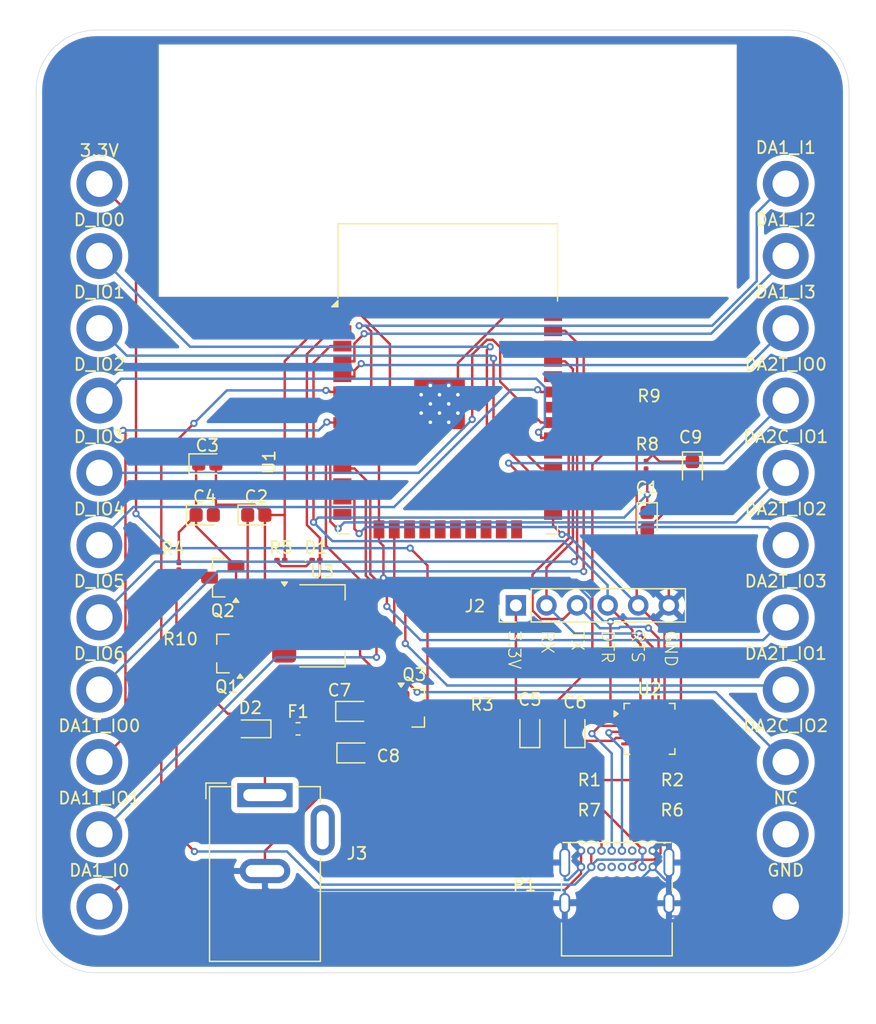
<source format=kicad_pcb>
(kicad_pcb (version 20241229) (generator "pcbnew") (generator_version "9.0")
  (layers (0 "F.Cu" signal) (2 "B.Cu" signal) (13 "F.Paste" user) (15 "B.Paste" user) (5 "F.SilkS" user "F.Silkscreen") (7 "B.SilkS" user "B.Silkscreen") (1 "F.Mask" user) (3 "B.Mask" user) (25 "Edge.Cuts" user))
  (net 0 "")
  (net 1 "GND")
  (net 2 "/DTR_EN")
  (net 3 "/Vcc3.3V_POWER")
  (net 4 "/VREG_IN_POWER")
  (net 5 "/Barrel_POWER")
  (net 6 "Net-(D1-K)")
  (net 7 "Net-(D2-A)")
  (net 8 "Net-(D2-K)")
  (net 9 "/RX")
  (net 10 "/RTS_IO0")
  (net 11 "/TX")
  (net 12 "/D_IO4")
  (net 13 "/DA1T_IO1")
  (net 14 "/D_IO5")
  (net 15 "/D_IO0")
  (net 16 "/DA1_I0")
  (net 17 "/D_IO1")
  (net 18 "/DA1T_IO0")
  (net 19 "/D_IO2")
  (net 20 "/D_IO3")
  (net 21 "/D_IO6")
  (net 22 "/Ext3.3V_POWER")
  (net 23 "/DA1_I2")
  (net 24 "/DA2T_IO0")
  (net 25 "/DA2T_IO2")
  (net 26 "/DA2T_IO1")
  (net 27 "/DA2T_IO3")
  (net 28 "/DA2C_IO2")
  (net 29 "/DA2C_IO1")
  (net 30 "/DA1_I1")
  (net 31 "/DA1_I3")
  (net 33 "/USB_POWER")
  (net 34 "Net-(P1-CC)")
  (net 35 "/D-")
  (net 36 "Net-(P1-VCONN)")
  (net 37 "/D+")
  (net 38 "Net-(U2-VBUS)")
  (footprint "MountingHole:MountingHole_2.2mm_M2_DIN965_Pad_TopBottom" (layer "F.Cu") (at 150.5 107.5)
    (property "Reference" "H11" (hide yes))
    (property "Value" "DA1_I0")
  )
  (footprint "Capacitor_Tantalum_SMD:CP_EIA-1608-10_AVX-L" (layer "F.Cu") (at 186.25 92.785 90)
    (property "Reference" "C5")
    (property "Value" "0.1µF" (hide yes))
  )
  (footprint "Resistor_SMD:R_0201_0603Metric" (layer "F.Cu") (at 189.18 99.5 180)
    (property "Reference" "R7")
    (property "Value" "5.1KΩ" (hide yes))
  )
  (footprint "MountingHole:MountingHole_2.2mm_M2_DIN965_Pad_TopBottom" (layer "F.Cu") (at 207.5 59.5)
    (property "Reference" "H21" (hide yes))
    (property "Value" "DA1_I3")
  )
  (footprint "Capacitor_Tantalum_SMD:CP_EIA-1608-10_AVX-L" (layer "F.Cu") (at 163.535 75)
    (property "Reference" "C2")
    (property "Value" "0.1µF" (hide yes))
  )
  (footprint "Resistor_SMD:R_0201_0603Metric" (layer "F.Cu") (at 196 66.69 -90)
    (property "Reference" "R9")
    (property "Value" "10KΩ" (hide yes))
  )
  (footprint "Resistor_SMD:R_0201_0603Metric" (layer "F.Cu") (at 196.155 97 180)
    (property "Reference" "R2")
    (property "Value" "10KΩ" (hide yes))
  )
  (footprint "MountingHole:MountingHole_2.2mm_M2_DIN965_Pad_TopBottom" (layer "F.Cu") (at 207.5 95.5)
    (property "Reference" "H18" (hide yes))
    (property "Value" "DA2C_IO2")
  )
  (footprint "Fuse:Fuse_0603_1608Metric" (layer "F.Cu") (at 167 92.75)
    (property "Reference" "F1")
    (property "Value" "Fuse" (hide yes))
  )
  (footprint "Connector_PinHeader_2.54mm:PinHeader_1x06_P2.54mm_Vertical" (layer "F.Cu") (at 185.09 82.5 90)
    (property "Reference" "J2")
    (property "Value" "Conn_01x06_Pin" (hide yes))
  )
  (footprint "MountingHole:MountingHole_2.2mm_M2_DIN965_Pad_TopBottom" (layer "F.Cu") (at 207.5 71.5)
    (property "Reference" "H13" (hide yes))
    (property "Value" "DA2C_IO1")
  )
  (footprint "MountingHole:MountingHole_2.2mm_M2_DIN965_Pad_TopBottom" (layer "F.Cu") (at 150.5 83.5)
    (property "Reference" "H7" (hide yes))
    (property "Value" "D_IO5")
  )
  (footprint "Package_TO_SOT_SMD:SuperSOT-3" (layer "F.Cu") (at 176.65 91)
    (property "Reference" "Q3")
    (property "Value" "PMOS" (hide yes))
  )
  (footprint "Connector_BarrelJack:BarrelJack_GCT_DCJ200-10-A_Horizontal" (layer "F.Cu") (at 164.25 98.25)
    (property "Reference" "J3")
    (property "Value" "Barrel_Jack" (hide yes))
  )
  (footprint "Diode_SMD:D_0603_1608Metric_Pad1.05x0.95mm_HandSolder" (layer "F.Cu") (at 163.0875 92.75 180)
    (property "Reference" "D2")
    (property "Value" "SS14" (hide yes))
  )
  (footprint "Capacitor_Tantalum_SMD:CP_EIA-1608-10_AVX-L" (layer "F.Cu") (at 171.75 94.75)
    (property "Reference" "C8")
    (property "Value" "0.1uF" (hide yes))
  )
  (footprint "Resistor_SMD:R_0201_0603Metric" (layer "F.Cu") (at 182.25 92.18 90)
    (property "Reference" "R3")
    (property "Value" "100KΩ" (hide yes))
  )
  (footprint "MountingHole:MountingHole_2.2mm_M2_DIN965_Pad_TopBottom" (layer "F.Cu") (at 207.5 83.5)
    (property "Reference" "H19" (hide yes))
    (property "Value" "DA2T_IO3")
  )
  (footprint "Resistor_SMD:R_0201_0603Metric" (layer "F.Cu") (at 157.1 79.25 -90)
    (property "Reference" "R4")
    (property "Value" "100KΩ" (hide yes))
  )
  (footprint "MountingHole:MountingHole_2.2mm_M2_DIN965_Pad_TopBottom" (layer "F.Cu") (at 207.5 53.5)
    (property "Reference" "H16" (hide yes))
    (property "Value" "DA1_I2")
  )
  (footprint "Resistor_SMD:R_0201_0603Metric" (layer "F.Cu") (at 157.735 86.98 90)
    (property "Reference" "R10")
    (property "Value" "100KΩ" (hide yes))
  )
  (footprint "MountingHole:MountingHole_2.2mm_M2_DIN965_Pad_TopBottom" (layer "F.Cu") (at 150.5 95.5)
    (property "Reference" "H9" (hide yes))
    (property "Value" "DA1T_IO0")
  )
  (footprint "MountingHole:MountingHole_2.2mm_M2_DIN965_Pad_TopBottom" (layer "F.Cu") (at 207.5 65.5)
    (property "Reference" "H15" (hide yes))
    (property "Value" "DA2T_IO0")
  )
  (footprint "Capacitor_Tantalum_SMD:CP_EIA-1608-10_AVX-L" (layer "F.Cu") (at 190 92.785 90)
    (property "Reference" "C6")
    (property "Value" "0.1µF" (hide yes))
  )
  (footprint "MountingHole:MountingHole_2.2mm_M2_DIN965_Pad_TopBottom" (layer "F.Cu") (at 207.5 101.5)
    (property "Reference" "H12" (hide yes))
    (property "Value" "NC")
  )
  (footprint "Package_TO_SOT_SMD:SuperSOT-3" (layer "F.Cu") (at 160.75 80.2 180)
    (property "Reference" "Q2")
    (property "Value" "PMOS" (hide yes))
  )
  (footprint "MountingHole:MountingHole_2.2mm_M2_DIN965_Pad_TopBottom" (layer "F.Cu") (at 207.5 107.5)
    (property "Reference" "H17" (hide yes))
    (property "Value" "GND")
  )
  (footprint "MountingHole:MountingHole_2.2mm_M2_DIN965_Pad_TopBottom" (layer "F.Cu") (at 150.5 47.5)
    (property "Reference" "H2" (hide yes))
    (property "Value" "3.3V")
  )
  (footprint "LED_SMD:LED_0201_0603Metric" (layer "F.Cu") (at 168.49 78.75)
    (property "Reference" "D1")
    (property "Value" "LED" (hide yes))
  )
  (footprint "Capacitor_Tantalum_SMD:CP_EIA-1608-10_AVX-L" (layer "F.Cu") (at 159.25 75)
    (property "Reference" "C4")
    (property "Value" "10µF" (hide yes))
  )
  (footprint "Capacitor_Tantalum_SMD:CP_EIA-1608-10_AVX-L" (layer "F.Cu") (at 171.65 91.3)
    (property "Reference" "C7")
    (property "Value" "470uF" (hide yes))
  )
  (footprint "Package_TO_SOT_SMD:SOT-223-3_TabPin2" (layer "F.Cu") (at 169 84.2)
    (property "Reference" "U3")
    (property "Value" "AMS1117-3.3" (hide yes))
  )
  (footprint "MountingHole:MountingHole_2.2mm_M2_DIN965_Pad_TopBottom" (layer "F.Cu") (at 150.5 53.5)
    (property "Reference" "H1" (hide yes))
    (property "Value" "D_IO0")
  )
  (footprint "Capacitor_Tantalum_SMD:CP_EIA-1608-10_AVX-L" (layer "F.Cu") (at 159.465 70.75)
    (property "Reference" "C3")
    (property "Value" "0.1µF" (hide yes))
  )
  (footprint "MountingHole:MountingHole_2.2mm_M2_DIN965_Pad_TopBottom" (layer "F.Cu") (at 150.5 65.5)
    (property "Reference" "H4" (hide yes))
    (property "Value" "D_IO2")
  )
  (footprint "Resistor_SMD:R_0201_0603Metric" (layer "F.Cu") (at 196.25 99.5)
    (property "Reference" "R6")
    (property "Value" "5.1KΩ" (hide yes))
  )
  (footprint "MountingHole:MountingHole_2.2mm_M2_DIN965_Pad_TopBottom" (layer "F.Cu") (at 207.5 89.5)
    (property "Reference" "H20" (hide yes))
    (property "Value" "DA2T_IO1")
  )
  (footprint "Package_DFN_QFN:QFN-24-1EP_4x4mm_P0.5mm_EP2.6x2.6mm" (layer "F.Cu") (at 196.1875 92.75)
    (property "Reference" "U2")
    (property "Value" "CP2102N-Axx-xQFN24" (hide yes))
  )
  (footprint "MountingHole:MountingHole_2.2mm_M2_DIN965_Pad_TopBottom" (layer "F.Cu") (at 150.5 101.5)
    (property "Reference" "H10" (hide yes))
    (property "Value" "DA1T_IO1")
  )
  (footprint "MountingHole:MountingHole_2.2mm_M2_DIN965_Pad_TopBottom" (layer "F.Cu") (at 150.5 59.5)
    (property "Reference" "H3" (hide yes))
    (property "Value" "D_IO1")
  )
  (footprint "Resistor_SMD:R_0201_0603Metric" (layer "F.Cu") (at 165.575 78.75)
    (property "Reference" "R5")
    (property "Value" "330Ω" (hide yes))
  )
  (footprint "Capacitor_Tantalum_SMD:CP_EIA-1608-10_AVX-L" (layer "F.Cu") (at 199.75 71.285 -90)
    (property "Reference" "C9")
    (property "Value" "0.1µF" (hide yes))
  )
  (footprint "Capacitor_Tantalum_SMD:CP_EIA-1608-10_AVX-L" (layer "F.Cu") (at 196 75.5 -90)
    (property "Reference" "C1")
    (property "Value" "100nF" (hide yes))
  )
  (footprint "Package_TO_SOT_SMD:SuperSOT-3" (layer "F.Cu") (at 161.1 86.5 180)
    (property "Reference" "Q1")
    (property "Value" "PMOS" (hide yes))
  )
  (footprint "MountingHole:MountingHole_2.2mm_M2_DIN965_Pad_TopBottom" (layer "F.Cu") (at 207.5 47.5)
    (property "Reference" "H22" (hide yes))
    (property "Value" "DA1_I1")
  )
  (footprint "Resistor_SMD:R_0201_0603Metric" (layer "F.Cu") (at 189.195 97 180)
    (property "Reference" "R1")
    (property "Value" "5.1KΩ" (hide yes))
  )
  (footprint "MountingHole:MountingHole_2.2mm_M2_DIN965_Pad_TopBottom" (layer "F.Cu") (at 150.5 71.5)
    (property "Reference" "H5" (hide yes))
    (property "Value" "D_IO3")
  )
  (footprint "MountingHole:MountingHole_2.2mm_M2_DIN965_Pad_TopBottom" (layer "F.Cu") (at 207.5 77.5)
    (property "Reference" "H14" (hide yes))
    (property "Value" "DA2T_IO2")
  )
  (footprint "Connector_USB:USB_C_Receptacle_GCT_USB4085" (layer "F.Cu") (at 190.5 102.865)
    (property "Reference" "P1")
    (property "Value" "USB_C_Plug_USB2.0" (hide yes))
  )
  (footprint "Resistor_SMD:R_0201_0603Metric" (layer "F.Cu") (at 195.9 70.87 -90)
    (property "Reference" "R8")
    (property "Value" "10KΩ" (hide yes))
  )
  (footprint "MountingHole:MountingHole_2.2mm_M2_DIN965_Pad_TopBottom" (layer "F.Cu") (at 150.5 89.5)
    (property "Reference" "H8" (hide yes))
    (property "Value" "D_IO6")
  )
  (footprint "RF_Module:ESP32-WROOM-32" (layer "F.Cu") (at 179.43 66.685)
    (property "Reference" "U1")
    (property "Value" "ESP32-WROOM-32")
  )
  (footprint "MountingHole:MountingHole_2.2mm_M2_DIN965_Pad_TopBottom" (layer "F.Cu") (at 150.5 77.5)
    (property "Reference" "H6" (hide yes))
    (property "Value" "D_IO4")
  )
  (gr_arc (start 212.75 108) (mid 211.285534 111.535534) (end 207.75 113) (stroke (width 0.05)) (layer "Edge.Cuts"))
  (gr_line (start 212.75 39.75) (end 212.75 108) (stroke (width 0.05)) (layer "Edge.Cuts"))
  (gr_line (start 207.75 113) (end 150.25 113) (stroke (width 0.05)) (layer "Edge.Cuts"))
  (gr_arc (start 145.25 39.75) (mid 146.714466 36.214466) (end 150.25 34.75) (stroke (width 0.05)) (layer "Edge.Cuts"))
  (gr_line (start 150.25 34.75) (end 207.75 34.75) (stroke (width 0.05)) (layer "Edge.Cuts"))
  (gr_arc (start 207.75 34.75) (mid 211.285534 36.214466) (end 212.75 39.75) (stroke (width 0.05)) (layer "Edge.Cuts"))
  (gr_arc (start 150.25 113) (mid 146.714466 111.535534) (end 145.25 108) (stroke (width 0.05)) (layer "Edge.Cuts"))
  (gr_line (start 145.25 108) (end 145.25 39.75) (stroke (width 0.05)) (layer "Edge.Cuts"))
  (gr_text "DTR" (at 192.13 84.5 270) (layer "F.SilkS") (effects (font (size 1 1) (thickness 0.1)) (justify left bottom)))
  (gr_text "GND" (at 197.38 84.5 270) (layer "F.SilkS") (effects (font (size 1 1) (thickness 0.1)) (justify left bottom)))
  (gr_text "RX" (at 187.13 84.5 270) (layer "F.SilkS") (effects (font (size 1 1) (thickness 0.1)) (justify left bottom)))
  (gr_text "3.3V" (at 184.38 84.5 270) (layer "F.SilkS") (effects (font (size 1 1) (thickness 0.1)) (justify left bottom)))
  (gr_text "RTS" (at 194.63 84.5 270) (layer "F.SilkS") (effects (font (size 1 1) (thickness 0.1)) (justify left bottom)))
  (gr_text "TX" (at 189.63 84.5 270) (layer "F.SilkS") (effects (font (size 1 1) (thickness 0.1)) (justify left bottom)))
  (segment (start 174.6266 65.0267) (end 173.72 65.9333) (width 0.2) (layer "F.Cu") (net 1))
  (segment (start 188.3505 98.9905) (end 188.86 99.5) (width 0.2) (layer "F.Cu") (net 1))
  (segment (start 179.5125 65.775) (end 179.5125 64.25) (width 0.2) (layer "F.Cu") (net 1))
  (segment (start 189.15 103.845) (end 189.15 102.3933) (width 0.2) (layer "F.Cu") (net 1))
  (segment (start 174.6266 65.0267) (end 177.225 65.0267) (width 0.2) (layer "F.Cu") (net 1))
  (segment (start 180.275 62.3721) (end 180.275 64.25) (width 0.2) (layer "F.Cu") (net 1))
  (segment (start 165.895 62.2183) (end 169.6783 58.435) (width 0.2) (layer "F.Cu") (net 1))
  (segment (start 190.5 102.865) (end 190.5 104.215) (width 0.2) (layer "F.Cu") (net 1))
  (segment (start 165.85 81.9) (end 164.25 80.3) (width 0.2) (layer "F.Cu") (net 1))
  (segment (start 178.75 67.3) (end 178.75 66.5375) (width 0.2) (layer "F.Cu") (net 1))
  (segment (start 196 76.215) (end 199.75 72.465) (width 0.2) (layer "F.Cu") (net 1))
  (segment (start 170.68 58.435) (end 172.252 58.435) (width 0.2) (layer "F.Cu") (net 1))
  (segment (start 174.6266 60.8096) (end 172.252 58.435) (width 0.2) (layer "F.Cu") (net 1))
  (segment (start 188.3505 94.1705) (end 188.3505 98.9905) (width 0.2) (layer "F.Cu") (net 1))
  (segment (start 173.72 65.9333) (end 173.72 76.195) (width 0.2) (layer "F.Cu") (net 1))
  (segment (start 178.75 65.775) (end 178.75 66.5375) (width 0.2) (layer "F.Cu") (net 1))
  (segment (start 197.8 100.73) (end 197.8 103.845) (width 0.2) (layer "F.Cu") (net 1))
  (segment (start 192.9424 92) (end 192.9424 83.8437) (width 0.2) (layer "F.Cu") (net 1))
  (segment (start 197.8 107.225) (end 197.8 103.845) (width 0.2) (layer "F.Cu") (net 1))
  (segment (start 198.7967 83.5067) (end 198.7967 97.2733) (width 0.2) (layer "F.Cu") (net 1))
  (segment (start 172.365 94.65) (end 172.365 94.3855) (width 0.2) (layer "F.Cu") (net 1))
  (segment (start 199.75 72.465) (end 199.75 72) (width 0.2) (layer "F.Cu") (net 1))
  (segment (start 177.225 65.0267) (end 177.225 65.775) (width 0.2) (layer "F.Cu") (net 1))
  (segment (start 177.225 67.3) (end 177.225 66.5375) (width 0.2) (layer "F.Cu") (net 1))
  (segment (start 160.18 74.785) (end 159.965 75) (width 0.2) (layer "F.Cu") (net 1))
  (segment (start 172.465 94.75) (end 172.365 94.65) (width 0.2) (layer "F.Cu") (net 1))
  (segment (start 160.18 70.75) (end 160.18 74.1449) (width 0.2) (layer "F.Cu") (net 1))
  (segment (start 188.86 99.5) (end 188.86 102.1033) (width 0.2) (layer "F.Cu") (net 1))
  (segment (start 196.57 99.5) (end 197.8 100.73) (width 0.2) (layer "F.Cu") (net 1))
  (segment (start 178.75 65.0125) (end 178.75 65.775) (width 0.2) (layer "F.Cu") (net 1))
  (segment (start 174.6266 65.0267) (end 174.6266 60.8096) (width 0.2) (layer "F.Cu") (net 1))
  (segment (start 163.3949 74.1449) (end 164.25 75) (width 0.2) (layer "F.Cu") (net 1))
  (segment (start 180.275 65.775) (end 180.275 65.0125) (width 0.2) (layer "F.Cu") (net 1))
  (segment (start 198.7967 97.2733) (end 196.57 99.5) (width 0.2) (layer "F.Cu") (net 1))
  (segment (start 164.25 102.8845) (end 164.25 104.55) (width 0.2) (layer "F.Cu") (net 1))
  (segment (start 160.18 74.1449) (end 163.3949 74.1449) (width 0.2) (layer "F.Cu") (net 1))
  (segment (start 170.1792 58.435) (end 169.6783 58.435) (width 0.2) (layer "F.Cu") (net 1))
  (segment (start 173.72 76.195) (end 173.72 77.1967) (width 0.2) (layer "F.Cu") (net 1))
  (segment (start 189.15 107.225) (end 189.15 106.1233) (width 0.2) (layer "F.Cu") (net 1))
  (segment (start 160.18 74.1449) (end 160.18 74.785) (width 0.2) (layer "F.Cu") (net 1))
  (segment (start 190.07 92) (end 190 92.07) (width 0.2) (layer "F.Cu") (net 1))
  (segment (start 174.092 77.5687) (end 173.72 77.1967) (width 0.2) (layer "F.Cu") (net 1))
  (segment (start 186.25 92.07) (end 188.3505 94.1705) (width 0.2) (layer "F.Cu") (net 1))
  (segment (start 197.79 78.005) (end 196 76.215) (width 0.2) (layer "F.Cu") (net 1))
  (segment (start 172.365 94.3855) (end 172.365 91.3) (width 0.2) (layer "F.Cu") (net 1))
  (segment (start 165.895 75) (end 165.895 62.2183) (width 0.2) (layer "F.Cu") (net 1))
  (segment (start 164.25 75) (end 165.895 75) (width 0.2) (layer "F.Cu") (net 1))
  (segment (start 177.225 66.5375) (end 177.225 65.775) (width 0.2) (layer "F.Cu") (net 1))
  (segment (start 180.275 66.5375) (end 180.275 65.775) (width 0.2) (layer "F.Cu") (net 1))
  (segment (start 190.5 104.215) (end 190.5 104.7733) (width 0.2) (layer "F.Cu") (net 1))
  (segment (start 172.365 94.7695) (end 164.25 102.8845) (width 0.2) (layer "F.Cu") (net 1))
  (segment (start 195.4375 92) (end 196.1875 92.75) (width 0.2) (layer "F.Cu") (net 1))
  (segment (start 197.79 82.5) (end 198.7967 83.5067) (width 0.2) (layer "F.Cu") (net 1))
  (segment (start 196.57 97.095) (end 196.57 99.5) (width 0.2) (layer "F.Cu") (net 1))
  (segment (start 172.365 94.3855) (end 172.365 94.7695) (width 0.2) (layer "F.Cu") (net 1))
  (segment (start 184.2121 58.435) (end 180.275 62.3721) (width 0.2) (layer "F.Cu") (net 1))
  (segment (start 194.25 92) (end 195.4375 92) (width 0.2) (layer "F.Cu") (net 1))
  (segment (start 170.1792 58.435) (end 170.68 58.435) (width 0.2) (layer "F.Cu") (net 1))
  (segment (start 164.25 80.3) (end 164.25 75) (width 0.2) (layer "F.Cu") (net 1))
  (segment (start 174.092 80.2246) (end 174.092 77.5687) (width 0.2) (layer "F.Cu") (net 1))
  (segment (start 192.9424 92) (end 190.07 92) (width 0.2) (layer "F.Cu") (net 1))
  (segment (start 197.79 82.5) (end 197.79 78.005) (width 0.2) (layer "F.Cu") (net 1))
  (segment (start 196.475 97) (end 196.57 97.095) (width 0.2) (layer "F.Cu") (net 1))
  (segment (start 190.5 104.7733) (end 189.15 106.1233) (width 0.2) (layer "F.Cu") (net 1))
  (segment (start 177.225 64.25) (end 177.225 65.0125) (width 0.2) (layer "F.Cu") (net 1))
  (segment (start 188.86 102.1033) (end 189.15 102.3933) (width 0.2) (layer "F.Cu") (net 1))
  (segment (start 178.75 65.0125) (end 178.75 64.25) (width 0.2) (layer "F.Cu") (net 1))
  (segment (start 177.9875 64.25) (end 177.9875 65.775) (width 0.2) (layer "F.Cu") (net 1))
  (segment (start 180.275 66.5375) (end 180.275 67.3) (width 0.2) (layer "F.Cu") (net 1))
  (segment (start 180.275 64.25) (end 180.275 65.0125) (width 0.2) (layer "F.Cu") (net 1))
  (segment (start 194.25 92) (end 192.9424 92) (width 0.2) (layer "F.Cu") (net 1))
  (segment (start 177.9875 67.3) (end 177.9875 65.775) (width 0.2) (layer "F.Cu") (net 1))
  (segment (start 188.18 58.435) (end 184.2121 58.435) (width 0.2) (layer "F.Cu") (net 1))
  (segment (start 165.895 78.75) (end 165.895 75) (width 0.2) (layer "F.Cu") (net 1))
  (segment (start 177.225 65.0125) (end 177.225 65.0267) (width 0.2) (layer "F.Cu") (net 1))
  (via (at 174.092 80.2246) (size 0.6) (drill 0.3) (layers "F.Cu" "B.Cu") (net 1))
  (via (at 192.9424 83.8437) (size 0.6) (drill 0.3) (layers "F.Cu" "B.Cu") (net 1))
  (segment (start 193.6917 106.9957) (end 196.45 104.2374) (width 0.2) (layer "B.Cu") (net 1))
  (segment (start 196.6883 83.6017) (end 193.1844 83.6017) (width 0.2) (layer "B.Cu") (net 1))
  (segment (start 197.8 103.845) (end 197.8 102.3933) (width 0.2) (layer "B.Cu") (net 1))
  (segment (start 177.9875 64.25) (end 179.5125 64.25) (width 0.2) (layer "B.Cu") (net 1))
  (segment (start 189.15 103.845) (end 189.15 105.2967) (width 0.2) (layer "B.Cu") (net 1))
  (segment (start 196.45 104.2374) (end 197.5093 105.2967) (width 0.2) (layer "B.Cu") (net 1))
  (segment (start 196.45 104.215) (end 196.45 104.2374) (width 0.2) (layer "B.Cu") (net 1))
  (segment (start 164.25 104.55) (end 164.25 105.8017) (width 0.2) (layer "B.Cu") (net 1))
  (segment (start 190.4999 104.2375) (end 190.4999 104.215) (width 0.2) (layer "B.Cu") (net 1))
  (segment (start 192.4023 83.8437) (end 191.3161 82.7575) (width 0.2) (layer "B.Cu") (net 1))
  (segment (start 191.3161 82.7575) (end 191.3161 82.0211) (width 0.2) (layer "B.Cu") (net 1))
  (segment (start 189.4407 105.2967) (end 190.4999 104.2375) (width 0.2) (layer "B.Cu") (net 1))
  (segment (start 197.79 82.5) (end 196.6883 83.6017) (width 0.2) (layer "B.Cu") (net 1))
  (segment (start 177.9875 67.3) (end 179.5125 67.3) (width 0.2) (layer "B.Cu") (net 1))
  (segment (start 197.8 103.845) (end 197.8 105.2967) (width 0.2) (layer "B.Cu") (net 1))
  (segment (start 179.5125 66.5375) (end 180.275 66.5375) (width 0.2) (layer "B.Cu") (net 1))
  (segment (start 197.5093 105.2967) (end 197.8 105.2967) (width 0.2) (layer "B.Cu") (net 1))
  (segment (start 190.4999 104.215) (end 190.5 104.215) (width 0.2) (layer "B.Cu") (net 1))
  (segment (start 197.8 107.225) (end 197.8 108.3267) (width 0.2) (layer "B.Cu") (net 1))
  (segment (start 164.25 105.8017) (end 164.5716 106.1233) (width 0.2) (layer "B.Cu") (net 1))
  (segment (start 207.5 107.5) (end 206.6733 108.3267) (width 0.2) (layer "B.Cu") (net 1))
  (segment (start 179.2838 66.5375) (end 179.5125 66.5375) (width 0.2) (layer "B.Cu") (net 1))
  (segment (start 196.9217 102.3933) (end 196.45 102.865) (width 0.2) (layer "B.Cu") (net 1))
  (segment (start 178.75 66.5375) (end 179.2838 66.5375) (width 0.2) (layer "B.Cu") (net 1))
  (segment (start 191.3161 82.0211) (end 189.5196 80.2246) (width 0.2) (layer "B.Cu") (net 1))
  (segment (start 164.5716 106.1233) (end 189.15 106.1233) (width 0.2) (layer "B.Cu") (net 1))
  (segment (start 179.5125 66.5375) (end 179.5125 65.775) (width 0.2) (layer "B.Cu") (net 1))
  (segment (start 189.15 106.9957) (end 189.15 106.1233) (width 0.2) (layer "B.Cu") (net 1))
  (segment (start 189.15 107.225) (end 189.15 106.9957) (width 0.2) (layer "B.Cu") (net 1))
  (segment (start 189.15 105.2967) (end 189.4407 105.2967) (width 0.2) (layer "B.Cu") (net 1))
  (segment (start 189.5196 80.2246) (end 174.092 80.2246) (width 0.2) (layer "B.Cu") (net 1))
  (segment (start 206.6733 108.3267) (end 197.8 108.3267) (width 0.2) (layer "B.Cu") (net 1))
  (segment (start 189.15 106.9957) (end 193.6917 106.9957) (width 0.2) (layer "B.Cu") (net 1))
  (segment (start 192.9424 83.8437) (end 192.4023 83.8437) (width 0.2) (layer "B.Cu") (net 1))
  (segment (start 193.1844 83.6017) (end 192.9424 83.8437) (width 0.2) (layer "B.Cu") (net 1))
  (segment (start 179.2838 66.5375) (end 177.225 66.5375) (width 0.2) (layer "B.Cu") (net 1))
  (segment (start 197.8 102.3933) (end 196.9217 102.3933) (width 0.2) (layer "B.Cu") (net 1))
  (segment (start 196 71.29) (end 195.9 71.19) (width 0.2) (layer "F.Cu") (net 2))
  (segment (start 195.4374 85.7331) (end 195.4375 85.7331) (width 0.2) (layer "F.Cu") (net 2))
  (segment (start 196 73.293) (end 196 71.29) (width 0.2) (layer "F.Cu") (net 2))
  (segment (start 192.71 82.5) (end 194.7666 84.5566) (width 0.2) (layer "F.Cu") (net 2))
  (segment (start 168.2846 75.5987) (end 168.2845 75.5987) (width 0.2) (layer "F.Cu") (net 2))
  (segment (start 196 74.785) (end 196 73.293) (width 0.2) (layer "F.Cu") (net 2))
  (segment (start 169.6783 60.975) (end 168.2846 62.3687) (width 0.2) (layer "F.Cu") (net 2))
  (segment (start 170.68 60.975) (end 169.6783 60.975) (width 0.2) (layer "F.Cu") (net 2))
  (segment (start 195.4375 85.7331) (end 195.4375 90.8125) (width 0.2) (layer "F.Cu") (net 2))
  (segment (start 168.2846 62.3687) (end 168.2846 75.5987) (width 0.2) (layer "F.Cu") (net 2))
  (segment (start 194.7666 84.5566) (end 194.7666 85.0623) (width 0.2) (layer "F.Cu") (net 2))
  (segment (start 194.7666 85.0623) (end 195.4374 85.7331) (width 0.2) (layer "F.Cu") (net 2))
  (via (at 168.2845 75.5987) (size 0.6) (drill 0.3) (layers "F.Cu" "B.Cu") (net 2))
  (via (at 196 73.293) (size 0.6) (drill 0.3) (layers "F.Cu" "B.Cu") (net 2))
  (segment (start 189.0487 77.1686) (end 169.8544 77.1686) (width 0.2) (layer "B.Cu") (net 2))
  (segment (start 196 73.293) (end 194.0833 75.2097) (width 0.2) (layer "B.Cu") (net 2))
  (segment (start 169.8544 77.1686) (end 168.2845 75.5987) (width 0.2) (layer "B.Cu") (net 2))
  (segment (start 192.71 80.8299) (end 189.0487 77.1686) (width 0.2) (layer "B.Cu") (net 2))
  (segment (start 168.6735 75.2097) (end 168.2845 75.5987) (width 0.2) (layer "B.Cu") (net 2))
  (segment (start 192.71 82.5) (end 192.71 80.8299) (width 0.2) (layer "B.Cu") (net 2))
  (segment (start 194.0833 75.2097) (end 168.6735 75.2097) (width 0.2) (layer "B.Cu") (net 2))
  (segment (start 191.44 70.8341) (end 191.44 87.5212) (width 0.2) (layer "F.Cu") (net 3))
  (segment (start 172.15 84.2) (end 172.15 86.65) (width 0.2) (layer "F.Cu") (net 3))
  (segment (start 182.25 92.5) (end 185.09 92.5) (width 0.2) (layer "F.Cu") (net 3))
  (segment (start 191.44 87.5212) (end 187.7306 91.2306) (width 0.2) (layer "F.Cu") (net 3))
  (segment (start 167.7328 75.8271) (end 168.81 76.9043) (width 0.2) (layer "F.Cu") (net 3))
  (segment (start 196.4521 66.7292) (end 196.0929 66.37) (width 0.2) (layer "F.Cu") (net 3))
  (segment (start 162.82 81.17) (end 165.85 84.2) (width 0.2) (layer "F.Cu") (net 3))
  (segment (start 194.25 94) (end 194.25 93.5) (width 0.2) (layer "F.Cu") (net 3))
  (segment (start 187.7306 91.2306) (end 190 93.5) (width 0.2) (layer "F.Cu") (net 3))
  (segment (start 172.15 86.65) (end 175.55 90.05) (width 0.2) (layer "F.Cu") (net 3))
  (segment (start 196.4521 69.9979) (end 196.4521 66.7292) (width 0.2) (layer "F.Cu") (net 3))
  (segment (start 190.2476 93.7476) (end 193.1547 93.7476) (width 0.2) (layer "F.Cu") (net 3))
  (segment (start 199.75 70.57) (end 197.0242 70.57) (width 0.2) (layer "F.Cu") (net 3))
  (segment (start 197.0242 70.57) (end 196.4521 69.9979) (width 0.2) (layer "F.Cu") (net 3))
  (segment (start 162.82 75) (end 162.82 81.17) (width 0.2) (layer "F.Cu") (net 3))
  (segment (start 185.09 91.2306) (end 185.09 92.5) (width 0.2) (layer "F.Cu") (net 3))
  (segment (start 170.68 59.705) (end 169.6783 59.705) (width 0.2) (layer "F.Cu") (net 3))
  (segment (start 169.3356 81.3856) (end 168.81 81.3856) (width 0.2) (layer "F.Cu") (net 3))
  (segment (start 168.81 81.3856) (end 168.6644 81.3856) (width 0.2) (layer "F.Cu") (net 3))
  (segment (start 176.1 92.5) (end 182.25 92.5) (width 0.2) (layer "F.Cu") (net 3))
  (segment (start 193.1547 93.7476) (end 193.4023 93.5) (width 0.2) (layer "F.Cu") (net 3))
  (segment (start 175.55 91.95) (end 175.55 90.05) (width 0.2) (layer "F.Cu") (net 3))
  (segment (start 172.15 84.2) (end 169.3356 81.3856) (width 0.2) (layer "F.Cu") (net 3))
  (segment (start 185.09 92.5) (end 185.25 92.5) (width 0.2) (layer "F.Cu") (net 3))
  (segment (start 196 66.37) (end 195.9041 66.37) (width 0.2) (layer "F.Cu") (net 3))
  (segment (start 168.81 81.3856) (end 168.81 78.75) (width 0.2) (layer "F.Cu") (net 3))
  (segment (start 169.6783 59.705) (end 167.7328 61.6505) (width 0.2) (layer "F.Cu") (net 3))
  (segment (start 168.6644 81.3856) (end 165.85 84.2) (width 0.2) (layer "F.Cu") (net 3))
  (segment (start 175.55 91.95) (end 176.1 92.5) (width 0.2) (layer "F.Cu") (net 3))
  (segment (start 185.25 92.5) (end 186.25 93.5) (width 0.2) (layer "F.Cu") (net 3))
  (segment (start 193.4023 93.5) (end 194.25 93.5) (width 0.2) (layer "F.Cu") (net 3))
  (segment (start 167.7328 61.6505) (end 167.7328 75.8271) (width 0.2) (layer "F.Cu") (net 3))
  (segment (start 185.09 82.5) (end 185.09 91.2306) (width 0.2) (layer "F.Cu") (net 3))
  (segment (start 196.4521 69.9979) (end 195.9 70.55) (width 0.2) (layer "F.Cu") (net 3))
  (segment (start 196.0929 66.37) (end 196 66.37) (width 0.2) (layer "F.Cu") (net 3))
  (segment (start 168.81 76.9043) (end 168.81 78.75) (width 0.2) (layer "F.Cu") (net 3))
  (segment (start 185.09 91.2306) (end 187.7306 91.2306) (width 0.2) (layer "F.Cu") (net 3))
  (segment (start 195.9041 66.37) (end 191.44 70.8341) (width 0.2) (layer "F.Cu") (net 3))
  (segment (start 190 93.5) (end 190.2476 93.7476) (width 0.2) (layer "F.Cu") (net 3))
  (segment (start 161.85 79.25) (end 158.535 75.935) (width 0.2) (layer "F.Cu") (net 4))
  (segment (start 161.85 87.3) (end 161.85 84.8779) (width 0.2) (layer "F.Cu") (net 4))
  (segment (start 161.85 84.8779) (end 161.85 85.2) (width 0.2) (layer "F.Cu") (net 4))
  (segment (start 162.2 87.45) (end 162 87.45) (width 0.2) (layer "F.Cu") (net 4))
  (segment (start 162 87.45) (end 161.85 87.3) (width 0.2) (layer "F.Cu") (net 4))
  (segment (start 161.85 81.15) (end 161.85 84.8779) (width 0.2) (layer "F.Cu") (net 4))
  (segment (start 157.735 87.3) (end 161.85 87.3) (width 0.2) (layer "F.Cu") (net 4))
  (segment (start 164.9 85.55) (end 162.2 85.55) (width 0.2) (layer "F.Cu") (net 4))
  (segment (start 158.535 75) (end 158.535 70.965) (width 0.2) (layer "F.Cu") (net 4))
  (segment (start 161.85 85.2) (end 162.2 85.55) (width 0.2) (layer "F.Cu") (net 4))
  (segment (start 158.535 75) (end 157.1 76.435) (width 0.2) (layer "F.Cu") (net 4))
  (segment (start 158.535 70.965) (end 158.75 70.75) (width 0.2) (layer "F.Cu") (net 4))
  (segment (start 157.1 76.435) (end 157.1 78.93) (width 0.2) (layer "F.Cu") (net 4))
  (segment (start 158.535 75.935) (end 158.535 75) (width 0.2) (layer "F.Cu") (net 4))
  (segment (start 161.85 79.25) (end 161.85 81.15) (width 0.2) (layer "F.Cu") (net 4))
  (segment (start 165.85 86.5) (end 164.9 85.55) (width 0.2) (layer "F.Cu") (net 4))
  (segment (start 157.275 87.6054) (end 161.164 91.4944) (width 0.2) (layer "F.Cu") (net 5))
  (segment (start 157.735 86.66) (end 157.5651 86.66) (width 0.2) (layer "F.Cu") (net 5))
  (segment (start 169.485 92.75) (end 170.935 91.3) (width 0.2) (layer "F.Cu") (net 5))
  (segment (start 161.164 91.4944) (end 166.5319 91.4944) (width 0.2) (layer "F.Cu") (net 5))
  (segment (start 157.5651 86.66) (end 157.275 86.9501) (width 0.2) (layer "F.Cu") (net 5))
  (segment (start 157.895 86.5) (end 157.735 86.66) (width 0.2) (layer "F.Cu") (net 5))
  (segment (start 170.935 91.3) (end 171.035 91.4) (width 0.2) (layer "F.Cu") (net 5))
  (segment (start 167.7875 92.75) (end 169.485 92.75) (width 0.2) (layer "F.Cu") (net 5))
  (segment (start 160 86.5) (end 157.895 86.5) (width 0.2) (layer "F.Cu") (net 5))
  (segment (start 171.035 91.4) (end 171.035 94.75) (width 0.2) (layer "F.Cu") (net 5))
  (segment (start 166.5319 91.4944) (end 167.7875 92.75) (width 0.2) (layer "F.Cu") (net 5))
  (segment (start 157.275 86.9501) (end 157.275 87.6054) (width 0.2) (layer "F.Cu") (net 5))
  (segment (start 165.255 78.8862) (end 165.255 78.75) (width 0.2) (layer "F.Cu") (net 6))
  (segment (start 167.6766 79.2434) (end 165.6122 79.2434) (width 0.2) (layer "F.Cu") (net 6))
  (segment (start 168.17 78.75) (end 167.6766 79.2434) (width 0.2) (layer "F.Cu") (net 6))
  (segment (start 165.6122 79.2434) (end 165.255 78.8862) (width 0.2) (layer "F.Cu") (net 6))
  (segment (start 164.25 94.7875) (end 162.2125 92.75) (width 0.2) (layer "F.Cu") (net 7))
  (segment (start 164.25 98.25) (end 164.25 94.7875) (width 0.2) (layer "F.Cu") (net 7))
  (segment (start 166.2125 92.75) (end 163.9625 92.75) (width 0.2) (layer "F.Cu") (net 8))
  (segment (start 187.63 79.36) (end 189.8256 77.1644) (width 0.2) (layer "F.Cu") (net 9))
  (segment (start 189.8256 77.1644) (end 189.8256 62.8889) (width 0.2) (layer "F.Cu") (net 9))
  (segment (start 196.4375 90.8125) (end 196.4375 85.9531) (width 0.2) (layer "F.Cu") (net 9))
  (segment (start 188.18 62.245) (end 189.1817 62.245) (width 0.2) (layer "F.Cu") (net 9))
  (segment (start 196.4375 85.9531) (end 195.3183 84.8339) (width 0.2) (layer "F.Cu") (net 9))
  (segment (start 187.63 82.5) (end 187.63 79.36) (width 0.2) (layer "F.Cu") (net 9))
  (segment (start 189.8256 62.8889) (end 189.1817 62.245) (width 0.2) (layer "F.Cu") (net 9))
  (via (at 195.3183 84.8339) (size 0.6) (drill 0.3) (layers "F.Cu" "B.Cu") (net 9))
  (segment (start 189.9639 84.8339) (end 187.63 82.5) (width 0.2) (layer "B.Cu") (net 9))
  (segment (start 195.3183 84.8339) (end 189.9639 84.8339) (width 0.2) (layer "B.Cu") (net 9))
  (segment (start 197.4375 90.8125) (end 197.4375 84.6875) (width 0.2) (layer "F.Cu") (net 10))
  (segment (start 195.1234 67.8866) (end 195.1234 82.3734) (width 0.2) (layer "F.Cu") (net 10))
  (segment (start 188.18 75.8747) (end 188.9222 76.6169) (width 0.2) (layer "F.Cu") (net 10))
  (segment (start 197.4375 84.6875) (end 195.25 82.5) (width 0.2) (layer "F.Cu") (net 10))
  (segment (start 188.18 74.945) (end 188.18 75.8747) (width 0.2) (layer "F.Cu") (net 10))
  (segment (start 196 67.01) (end 195.1234 67.8866) (width 0.2) (layer "F.Cu") (net 10))
  (segment (start 195.1234 82.3734) (end 195.25 82.5) (width 0.2) (layer "F.Cu") (net 10))
  (via (at 188.9222 76.6169) (size 0.6) (drill 0.3) (layers "F.Cu" "B.Cu") (net 10))
  (segment (start 189.3669 76.6169) (end 195.25 82.5) (width 0.2) (layer "B.Cu") (net 10))
  (segment (start 188.9222 76.6169) (end 189.3669 76.6169) (width 0.2) (layer "B.Cu") (net 10))
  (segment (start 187.1733 83.6312) (end 186.4704 82.9283) (width 0.2) (layer "F.Cu") (net 11))
  (segment (start 186.4704 79.9374) (end 189.4739 76.9339) (width 0.2) (layer "F.Cu") (net 11))
  (segment (start 189.0388 83.6312) (end 187.1733 83.6312) (width 0.2) (layer "F.Cu") (net 11))
  (segment (start 196.9375 90.8125) (end 196.9375 85.2288) (width 0.2) (layer "F.Cu") (net 11))
  (segment (start 189.4739 76.9339) (end 189.4739 63.8072) (width 0.2) (layer "F.Cu") (net 11))
  (segment (start 186.4704 82.9283) (end 186.4704 79.9374) (width 0.2) (layer "F.Cu") (net 11))
  (segment (start 189.4739 63.8072) (end 189.1817 63.515) (width 0.2) (layer "F.Cu") (net 11))
  (segment (start 196.9375 85.2288) (end 196.0951 84.3864) (width 0.2) (layer "F.Cu") (net 11))
  (segment (start 188.18 63.515) (end 189.1817 63.515) (width 0.2) (layer "F.Cu") (net 11))
  (segment (start 190.17 82.5) (end 189.0388 83.6312) (width 0.2) (layer "F.Cu") (net 11))
  (via (at 196.0951 84.3864) (size 0.6) (drill 0.3) (layers "F.Cu" "B.Cu") (net 11))
  (segment (start 192.067 84.397) (end 193.6428 84.397) (width 0.2) (layer "B.Cu") (net 11))
  (segment (start 193.7576 84.2822) (end 195.9909 84.2822) (width 0.2) (layer "B.Cu") (net 11))
  (segment (start 190.17 82.5) (end 192.067 84.397) (width 0.2) (layer "B.Cu") (net 11))
  (segment (start 193.6428 84.397) (end 193.7576 84.2822) (width 0.2) (layer "B.Cu") (net 11))
  (segment (start 195.9909 84.2822) (end 196.0951 84.3864) (width 0.2) (layer "B.Cu") (net 11))
  (segment (start 186.8945 64.6) (end 186.9933 64.6) (width 0.2) (layer "F.Cu") (net 12))
  (segment (start 186.9933 64.6) (end 187.1783 64.785) (width 0.2) (layer "F.Cu") (net 12))
  (segment (start 188.18 64.785) (end 187.1783 64.785) (width 0.2) (layer "F.Cu") (net 12))
  (via (at 186.8945 64.6) (size 0.6) (drill 0.3) (layers "F.Cu" "B.Cu") (net 12))
  (segment (start 153.3147 74.3381) (end 150.5 77.1528) (width 0.2) (layer "B.Cu") (net 12))
  (segment (start 184.7083 64.6) (end 184.7083 64.6001) (width 0.2) (layer "B.Cu") (net 12))
  (segment (start 186.8945 64.6) (end 184.7083 64.6) (width 0.2) (layer "B.Cu") (net 12))
  (segment (start 174.9703 74.3381) (end 153.3147 74.3381) (width 0.2) (layer "B.Cu") (net 12))
  (segment (start 184.7083 64.6001) (end 174.9703 74.3381) (width 0.2) (layer "B.Cu") (net 12))
  (segment (start 150.5 77.1528) (end 150.5 77.5) (width 0.2) (layer "B.Cu") (net 12))
  (segment (start 169.3106 77.5394) (end 173.5123 81.7411) (width 0.2) (layer "F.Cu") (net 13))
  (segment (start 173.5123 81.7411) (end 173.5123 86.8112) (width 0.2) (layer "F.Cu") (net 13))
  (segment (start 169.6783 68.595) (end 169.3106 68.9627) (width 0.2) (layer "F.Cu") (net 13))
  (segment (start 170.68 68.595) (end 169.6783 68.595) (width 0.2) (layer "F.Cu") (net 13))
  (segment (start 169.3106 68.9627) (end 169.3106 77.5394) (width 0.2) (layer "F.Cu") (net 13))
  (via (at 173.5123 86.8112) (size 0.6) (drill 0.3) (layers "F.Cu" "B.Cu") (net 13))
  (segment (start 165.1888 86.8112) (end 173.5123 86.8112) (width 0.2) (layer "B.Cu") (net 13))
  (segment (start 150.5 101.5) (end 165.1888 86.8112) (width 0.2) (layer "B.Cu") (net 13))
  (segment (start 188.18 60.975) (end 189.1817 60.975) (width 0.2) (layer "F.Cu") (net 14))
  (segment (start 190.1773 61.9706) (end 189.1817 60.975) (width 0.2) (layer "F.Cu") (net 14))
  (segment (start 190.1773 78.6254) (end 190.1773 61.9706) (width 0.2) (layer "F.Cu") (net 14))
  (segment (start 189.9276 78.8751) (end 190.1773 78.6254) (width 0.2) (layer "F.Cu") (net 14))
  (via (at 189.9276 78.8751) (size 0.6) (drill 0.3) (layers "F.Cu" "B.Cu") (net 14))
  (segment (start 155.1249 78.8751) (end 189.9276 78.8751) (width 0.2) (layer "B.Cu") (net 14))
  (segment (start 150.5 83.5) (end 155.1249 78.8751) (width 0.2) (layer "B.Cu") (net 14))
  (segment (start 182.6816 61.3044) (end 182.6816 67.9083) (width 0.2) (layer "F.Cu") (net 15))
  (segment (start 182.9511 61.0349) (end 182.6816 61.3044) (width 0.2) (layer "F.Cu") (net 15))
  (segment (start 182.6816 67.9083) (end 187.1783 72.405) (width 0.2) (layer "F.Cu") (net 15))
  (segment (start 188.18 72.405) (end 187.1783 72.405) (width 0.2) (layer "F.Cu") (net 15))
  (via (at 182.9511 61.0349) (size 0.6) (drill 0.3) (layers "F.Cu" "B.Cu") (net 15))
  (segment (start 182.9511 61.0349) (end 158.0349 61.0349) (width 0.2) (layer "B.Cu") (net 15))
  (segment (start 158.0349 61.0349) (end 150.5 53.5) (width 0.2) (layer "B.Cu") (net 15))
  (segment (start 155.6432 70.1025) (end 158.3535 67.3922) (width 0.2) (layer "F.Cu") (net 16))
  (segment (start 150.5 107.5) (end 155.6432 102.3568) (width 0.2) (layer "F.Cu") (net 16))
  (segment (start 169.5482 64.6549) (end 169.6783 64.785) (width 0.2) (layer "F.Cu") (net 16))
  (segment (start 169.314 64.6549) (end 169.5482 64.6549) (width 0.2) (layer "F.Cu") (net 16))
  (segment (start 170.68 64.785) (end 169.6783 64.785) (width 0.2) (layer "F.Cu") (net 16))
  (segment (start 155.6432 102.3568) (end 155.6432 70.1025) (width 0.2) (layer "F.Cu") (net 16))
  (via (at 169.314 64.6549) (size 0.6) (drill 0.3) (layers "F.Cu" "B.Cu") (net 16))
  (via (at 158.3535 67.3922) (size 0.6) (drill 0.3) (layers "F.Cu" "B.Cu") (net 16))
  (segment (start 161.0908 64.6549) (end 169.314 64.6549) (width 0.2) (layer "B.Cu") (net 16))
  (segment (start 158.3535 67.3922) (end 161.0908 64.6549) (width 0.2) (layer "B.Cu") (net 16))
  (segment (start 188.18 71.135) (end 187.1783 71.135) (width 0.2) (layer "F.Cu") (net 17))
  (segment (start 183.2333 67.19) (end 183.2333 62.0025) (width 0.2) (layer "F.Cu") (net 17))
  (segment (start 187.1783 71.135) (end 183.2333 67.19) (width 0.2) (layer "F.Cu") (net 17))
  (via (at 183.2333 62.0025) (size 0.6) (drill 0.3) (layers "F.Cu" "B.Cu") (net 17))
  (segment (start 183.2333 62.0025) (end 183.0001 61.7693) (width 0.2) (layer "B.Cu") (net 17))
  (segment (start 183.0001 61.7693) (end 152.7693 61.7693) (width 0.2) (layer "B.Cu") (net 17))
  (segment (start 152.7693 61.7693) (end 150.5 59.5) (width 0.2) (layer "B.Cu") (net 17))
  (segment (start 170.68 67.325) (end 169.6783 67.325) (width 0.2) (layer "F.Cu") (net 18))
  (segment (start 169.6401 67.2868) (end 169.6783 67.325) (width 0.2) (layer "F.Cu") (net 18))
  (segment (start 169.3929 67.2868) (end 169.6401 67.2868) (width 0.2) (layer "F.Cu") (net 18))
  (segment (start 150.5 95.5) (end 152.6672 93.3328) (width 0.2) (layer "F.Cu") (net 18))
  (segment (start 152.6672 68.1684) (end 152.4739 67.9751) (width 0.2) (layer "F.Cu") (net 18))
  (segment (start 152.6672 93.3328) (end 152.6672 68.1684) (width 0.2) (layer "F.Cu") (net 18))
  (via (at 169.3929 67.2868) (size 0.6) (drill 0.3) (layers "F.Cu" "B.Cu") (net 18))
  (via (at 152.4739 67.9751) (size 0.6) (drill 0.3) (layers "F.Cu" "B.Cu") (net 18))
  (segment (start 168.7046 67.9751) (end 169.3929 67.2868) (width 0.2) (layer "B.Cu") (net 18))
  (segment (start 152.4739 67.9751) (end 168.7046 67.9751) (width 0.2) (layer "B.Cu") (net 18))
  (segment (start 187.1783 68.3369) (end 186.9695 68.1281) (width 0.2) (layer "F.Cu") (net 19))
  (segment (start 187.1783 68.595) (end 187.1783 68.3369) (width 0.2) (layer "F.Cu") (net 19))
  (segment (start 188.18 68.595) (end 187.1783 68.595) (width 0.2) (layer "F.Cu") (net 19))
  (via (at 186.9695 68.1281) (size 0.6) (drill 0.3) (layers "F.Cu" "B.Cu") (net 19))
  (segment (start 152.312 63.688) (end 186.791 63.688) (width 0.2) (layer "B.Cu") (net 19))
  (segment (start 186.791 63.688) (end 187.4993 64.3963) (width 0.2) (layer "B.Cu") (net 19))
  (segment (start 150.5 65.5) (end 152.312 63.688) (width 0.2) (layer "B.Cu") (net 19))
  (segment (start 187.4993 64.3963) (end 187.4993 67.5983) (width 0.2) (layer "B.Cu") (net 19))
  (segment (start 187.4993 67.5983) (end 186.9695 68.1281) (width 0.2) (layer "B.Cu") (net 19))
  (segment (start 182.6893 60.4551) (end 181.4623 61.6821) (width 0.2) (layer "F.Cu") (net 20))
  (segment (start 188.18 67.325) (end 187.1783 67.325) (width 0.2) (layer "F.Cu") (net 20))
  (segment (start 183.785 61.0681) (end 183.172 60.4551) (width 0.2) (layer "F.Cu") (net 20))
  (segment (start 181.4623 61.6821) (end 181.4623 67.0659) (width 0.2) (layer "F.Cu") (net 20))
  (segment (start 183.785 63.9317) (end 183.785 61.0681) (width 0.2) (layer "F.Cu") (net 20))
  (segment (start 183.172 60.4551) (end 182.6893 60.4551) (width 0.2) (layer "F.Cu") (net 20))
  (segment (start 187.1783 67.325) (end 183.785 63.9317) (width 0.2) (layer "F.Cu") (net 20))
  (via (at 181.4623 67.0659) (size 0.6) (drill 0.3) (layers "F.Cu" "B.Cu") (net 20))
  (segment (start 177.0282 71.5) (end 150.5 71.5) (width 0.2) (layer "B.Cu") (net 20))
  (segment (start 181.4623 67.0659) (end 177.0282 71.5) (width 0.2) (layer "B.Cu") (net 20))
  (segment (start 188.18 59.705) (end 189.1817 59.705) (width 0.2) (layer "F.Cu") (net 21))
  (segment (start 190.7209 61.2442) (end 189.1817 59.705) (width 0.2) (layer "F.Cu") (net 21))
  (segment (start 190.7209 79.6856) (end 190.7209 61.2442) (width 0.2) (layer "F.Cu") (net 21))
  (via (at 190.7209 79.6856) (size 0.6) (drill 0.3) (layers "F.Cu" "B.Cu") (net 21))
  (segment (start 190.7209 79.6856) (end 190.7082 79.6729) (width 0.2) (layer "B.Cu") (net 21))
  (segment (start 190.7082 79.6729) (end 160.3271 79.6729) (width 0.2) (layer "B.Cu") (net 21))
  (segment (start 160.3271 79.6729) (end 150.5 89.5) (width 0.2) (layer "B.Cu") (net 21))
  (segment (start 177.75 79.1914) (end 177.75 91) (width 0.2) (layer "F.Cu") (net 22))
  (segment (start 177.75 91) (end 181.39 91) (width 0.2) (layer "F.Cu") (net 22))
  (segment (start 150.5 47.5) (end 153.5431 50.5431) (width 0.2) (layer "F.Cu") (net 22))
  (segment (start 181.39 91) (end 182.25 91.86) (width 0.2) (layer "F.Cu") (net 22))
  (segment (start 153.5431 50.5431) (end 153.5431 74.8898) (width 0.2) (layer "F.Cu") (net 22))
  (segment (start 176.3093 77.7507) (end 177.75 79.1914) (width 0.2) (layer "F.Cu") (net 22))
  (via (at 153.5431 74.8898) (size 0.6) (drill 0.3) (layers "F.Cu" "B.Cu") (net 22))
  (via (at 176.3093 77.7507) (size 0.6) (drill 0.3) (layers "F.Cu" "B.Cu") (net 22))
  (segment (start 153.5431 74.8898) (end 156.404 77.7507) (width 0.2) (layer "B.Cu") (net 22))
  (segment (start 156.404 77.7507) (end 176.3093 77.7507) (width 0.2) (layer "B.Cu") (net 22))
  (segment (start 171.6817 60.759) (end 172.4901 59.9506) (width 0.2) (layer "F.Cu") (net 23))
  (segment (start 171.6817 62.245) (end 171.6817 60.759) (width 0.2) (layer "F.Cu") (net 23))
  (segment (start 170.68 62.245) (end 171.6817 62.245) (width 0.2) (layer "F.Cu") (net 23))
  (via (at 172.4901 59.9506) (size 0.6) (drill 0.3) (layers "F.Cu" "B.Cu") (net 23))
  (segment (start 201.298 59.9506) (end 207.5 53.7486) (width 0.2) (layer "B.Cu") (net 23))
  (segment (start 172.4901 59.9506) (end 201.298 59.9506) (width 0.2) (layer "B.Cu") (net 23))
  (segment (start 207.5 53.7486) (end 207.5 53.5) (width 0.2) (layer "B.Cu") (net 23))
  (segment (start 187.1783 73.3836) (end 187.1783 73.675) (width 0.2) (layer "F.Cu") (net 24))
  (segment (start 184.4882 70.6935) (end 187.1783 73.3836) (width 0.2) (layer "F.Cu") (net 24))
  (segment (start 188.18 73.675) (end 187.1783 73.675) (width 0.2) (layer "F.Cu") (net 24))
  (via (at 184.4882 70.6935) (size 0.6) (drill 0.3) (layers "F.Cu" "B.Cu") (net 24))
  (segment (start 202.3065 70.6935) (end 207.5 65.5) (width 0.2) (layer "B.Cu") (net 24))
  (segment (start 184.4882 70.6935) (end 202.3065 70.6935) (width 0.2) (layer "B.Cu") (net 24))
  (segment (start 171.6817 76.1486) (end 172.0739 76.5408) (width 0.2) (layer "F.Cu") (net 25))
  (segment (start 171.6817 73.675) (end 171.6817 76.1486) (width 0.2) (layer "F.Cu") (net 25))
  (segment (start 170.68 73.675) (end 171.6817 73.675) (width 0.2) (layer "F.Cu") (net 25))
  (via (at 172.0739 76.5408) (size 0.6) (drill 0.3) (layers "F.Cu" "B.Cu") (net 25))
  (segment (start 206.0006 76.0006) (end 207.5 77.5) (width 0.2) (layer "B.Cu") (net 25))
  (segment (start 172.6141 76.0006) (end 206.0006 76.0006) (width 0.2) (layer "B.Cu") (net 25))
  (segment (start 172.0739 76.5408) (end 172.6141 76.0006) (width 0.2) (layer "B.Cu") (net 25))
  (segment (start 174.99 81.1302) (end 174.99 76.195) (width 0.2) (layer "F.Cu") (net 26))
  (segment (start 175.908 85.6697) (end 175.908 82.0482) (width 0.2) (layer "F.Cu") (net 26))
  (segment (start 175.908 82.0482) (end 174.99 81.1302) (width 0.2) (layer "F.Cu") (net 26))
  (via (at 175.908 85.6697) (size 0.6) (drill 0.3) (layers "F.Cu" "B.Cu") (net 26))
  (segment (start 207.5 89.5) (end 207.1519 89.1519) (width 0.2) (layer "B.Cu") (net 26))
  (segment (start 179.3902 89.1519) (end 175.908 85.6697) (width 0.2) (layer "B.Cu") (net 26))
  (segment (start 207.1519 89.1519) (end 179.3902 89.1519) (width 0.2) (layer "B.Cu") (net 26))
  (segment (start 174.3774 82.5912) (end 174.3774 81.7876) (width 0.2) (layer "F.Cu") (net 27))
  (segment (start 174.3774 81.7876) (end 172.6256 80.0358) (width 0.2) (layer "F.Cu") (net 27))
  (segment (start 170.68 72.405) (end 171.6817 72.405) (width 0.2) (layer "F.Cu") (net 27))
  (segment (start 172.6256 73.3489) (end 171.6817 72.405) (width 0.2) (layer "F.Cu") (net 27))
  (segment (start 172.6256 80.0358) (end 172.6256 73.3489) (width 0.2) (layer "F.Cu") (net 27))
  (via (at 174.3774 82.5912) (size 0.6) (drill 0.3) (layers "F.Cu" "B.Cu") (net 27))
  (segment (start 207.5 83.5) (end 205.6144 85.3856) (width 0.2) (layer "B.Cu") (net 27))
  (segment (start 177.1718 85.3856) (end 174.3774 82.5912) (width 0.2) (layer "B.Cu") (net 27))
  (segment (start 205.6144 85.3856) (end 177.1718 85.3856) (width 0.2) (layer "B.Cu") (net 27))
  (segment (start 172.9993 79.912) (end 174.99 81.9027) (width 0.2) (layer "F.Cu") (net 28))
  (segment (start 174.99 81.9027) (end 174.99 87.8023) (width 0.2) (layer "F.Cu") (net 28))
  (segment (start 171.6817 71.135) (end 172.9993 72.4526) (width 0.2) (layer "F.Cu") (net 28))
  (segment (start 172.9993 72.4526) (end 172.9993 79.912) (width 0.2) (layer "F.Cu") (net 28))
  (segment (start 174.99 87.8023) (end 176.8898 89.7021) (width 0.2) (layer "F.Cu") (net 28))
  (segment (start 170.68 71.135) (end 171.6817 71.135) (width 0.2) (layer "F.Cu") (net 28))
  (via (at 176.8898 89.7021) (size 0.6) (drill 0.3) (layers "F.Cu" "B.Cu") (net 28))
  (segment (start 176.8898 89.7021) (end 201.7021 89.7021) (width 0.2) (layer "B.Cu") (net 28))
  (segment (start 201.7021 89.7021) (end 207.5 95.5) (width 0.2) (layer "B.Cu") (net 28))
  (segment (start 169.6783 69.9534) (end 169.6783 75.5498) (width 0.2) (layer "F.Cu") (net 29))
  (segment (start 170.68 69.865) (end 169.7667 69.865) (width 0.2) (layer "F.Cu") (net 29))
  (segment (start 169.6783 75.5498) (end 170.2521 76.1236) (width 0.2) (layer "F.Cu") (net 29))
  (segment (start 169.7667 69.865) (end 169.6783 69.9534) (width 0.2) (layer "F.Cu") (net 29))
  (segment (start 170.2521 76.1236) (end 170.3339 76.1236) (width 0.2) (layer "F.Cu") (net 29))
  (via (at 170.3339 76.1236) (size 0.6) (drill 0.3) (layers "F.Cu" "B.Cu") (net 29))
  (segment (start 170.8446 75.6129) (end 170.3339 76.1236) (width 0.2) (layer "B.Cu") (net 29))
  (segment (start 203.3871 75.6129) (end 170.8446 75.6129) (width 0.2) (layer "B.Cu") (net 29))
  (segment (start 207.5 71.5) (end 203.3871 75.6129) (width 0.2) (layer "B.Cu") (net 29))
  (segment (start 173.0793 64.6574) (end 173.0793 59.7596) (width 0.2) (layer "F.Cu") (net 30))
  (segment (start 170.68 66.055) (end 171.6817 66.055) (width 0.2) (layer "F.Cu") (net 30))
  (segment (start 172.6075 59.2878) (end 172.0769 59.2878) (width 0.2) (layer "F.Cu") (net 30))
  (segment (start 171.6817 66.055) (end 173.0793 64.6574) (width 0.2) (layer "F.Cu") (net 30))
  (segment (start 173.0793 59.7596) (end 172.6075 59.2878) (width 0.2) (layer "F.Cu") (net 30))
  (via (at 172.0769 59.2878) (size 0.6) (drill 0.3) (layers "F.Cu" "B.Cu") (net 30))
  (segment (start 172.0769 59.2878) (end 201.392 59.2878) (width 0.2) (layer "B.Cu") (net 30))
  (segment (start 205.0935 55.5863) (end 205.0935 49.9065) (width 0.2) (layer "B.Cu") (net 30))
  (segment (start 201.392 59.2878) (end 205.0935 55.5863) (width 0.2) (layer "B.Cu") (net 30))
  (segment (start 205.0935 49.9065) (end 207.5 47.5) (width 0.2) (layer "B.Cu") (net 30))
  (segment (start 171.6817 62.9998) (end 172.2468 62.4347) (width 0.2) (layer "F.Cu") (net 31))
  (segment (start 170.68 63.515) (end 171.6817 63.515) (width 0.2) (layer "F.Cu") (net 31))
  (segment (start 171.6817 63.515) (end 171.6817 62.9998) (width 0.2) (layer "F.Cu") (net 31))
  (via (at 172.2468 62.4347) (size 0.6) (drill 0.3) (layers "F.Cu" "B.Cu") (net 31))
  (segment (start 172.2468 62.4347) (end 172.3663 62.5542) (width 0.2) (layer "B.Cu") (net 31))
  (segment (start 204.4458 62.5542) (end 207.5 59.5) (width 0.2) (layer "B.Cu") (net 31))
  (segment (start 172.3663 62.5542) (end 204.4458 62.5542) (width 0.2) (layer "B.Cu") (net 31))
  (segment (start 156.9021 79.7679) (end 156.9021 101.4367) (width 0.2) (layer "F.Cu") (net 33))
  (segment (start 195.6 102.865) (end 195.6 102.7487) (width 0.2) (layer "F.Cu") (net 33))
  (segment (start 188.875 97.1323) (end 188.875 97) (width 0.2) (layer "F.Cu") (net 33))
  (segment (start 190.9021 98.0508) (end 189.7935 98.0508) (width 0.2) (layer "F.Cu") (net 33))
  (segment (start 157.73 80.2) (end 157.1 79.57) (width 0.2) (layer "F.Cu") (net 33))
  (segment (start 189.7935 98.0508) (end 188.875 97.1323) (width 0.2) (layer "F.Cu") (net 33))
  (segment (start 195.6 102.7487) (end 190.9021 98.0508) (width 0.2) (layer "F.Cu") (net 33))
  (segment (start 191.35 104.215) (end 191.35 102.865) (width 0.2) (layer "F.Cu") (net 33))
  (segment (start 156.9021 101.4367) (end 158.3958 102.9304) (width 0.2) (layer "F.Cu") (net 33))
  (segment (start 157.1 79.57) (end 156.9021 79.7679) (width 0.2) (layer "F.Cu") (net 33))
  (segment (start 159.65 80.2) (end 157.73 80.2) (width 0.2) (layer "F.Cu") (net 33))
  (via (at 158.3958 102.9304) (size 0.6) (drill 0.3) (layers "F.Cu" "B.Cu") (net 33))
  (segment (start 191.35 104.215) (end 191.35 104.319) (width 0.2) (layer "B.Cu") (net 33))
  (segment (start 191.35 104.319) (end 189.9866 105.6824) (width 0.2) (layer "B.Cu") (net 33))
  (segment (start 195.6 104.215) (end 195.6 103.6111) (width 0.2) (layer "B.Cu") (net 33))
  (segment (start 195.6 103.6111) (end 195.6 102.865) (width 0.2) (layer "B.Cu") (net 33))
  (segment (start 191.35 104.1087) (end 191.35 104.215) (width 0.2) (layer "B.Cu") (net 33))
  (segment (start 195.6 103.6111) (end 191.8476 103.6111) (width 0.2) (layer "B.Cu") (net 33))
  (segment (start 166.0805 102.9304) (end 158.3958 102.9304) (width 0.2) (layer "B.Cu") (net 33))
  (segment (start 168.8325 105.6824) (end 166.0805 102.9304) (width 0.2) (layer "B.Cu") (net 33))
  (segment (start 189.9866 105.6824) (end 168.8325 105.6824) (width 0.2) (layer "B.Cu") (net 33))
  (segment (start 191.8476 103.6111) (end 191.35 104.1087) (width 0.2) (layer "B.Cu") (net 33))
  (segment (start 192.2 102.2) (end 192.2 102.865) (width 0.2) (layer "F.Cu") (net 34))
  (segment (start 189.5 99.5) (end 192.2 102.2) (width 0.2) (layer "F.Cu") (net 34))
  (segment (start 194.25 93) (end 192.8838 93) (width 0.2) (layer "F.Cu") (net 35))
  (segment (start 192.8838 93) (end 192.8128 93.071) (width 0.2) (layer "F.Cu") (net 35))
  (segment (start 192.8838 93.071) (end 192.8128 93.071) (width 0.2) (layer "F.Cu") (net 35))
  (via (at 192.8128 93.071) (size 0.6) (drill 0.3) (layers "F.Cu" "B.Cu") (net 35))
  (segment (start 192.6879 93.1959) (end 193.9 94.408) (width 0.2) (layer "B.Cu") (net 35))
  (segment (start 192.6879 93.1959) (end 192.8128 93.071) (width 0.2) (layer "B.Cu") (net 35))
  (segment (start 193.9 94.408) (end 193.9 102.865) (width 0.2) (layer "B.Cu") (net 35))
  (segment (start 196.5671 103.6133) (end 195.2687 103.6133) (width 0.2) (layer "F.Cu") (net 36))
  (segment (start 194.75 104.132) (end 194.75 104.215) (width 0.2) (layer "F.Cu") (net 36))
  (segment (start 197.0983 103.0821) (end 196.5671 103.6133) (width 0.2) (layer "F.Cu") (net 36))
  (segment (start 195.93 99.5) (end 195.93 100.0608) (width 0.2) (layer "F.Cu") (net 36))
  (segment (start 195.93 100.0608) (end 197.0983 101.2291) (width 0.2) (layer "F.Cu") (net 36))
  (segment (start 197.0983 101.2291) (end 197.0983 103.0821) (width 0.2) (layer "F.Cu") (net 36))
  (segment (start 195.2687 103.6133) (end 194.75 104.132) (width 0.2) (layer "F.Cu") (net 36))
  (segment (start 191.406 93.1464) (end 192.0524 92.5) (width 0.2) (layer "F.Cu") (net 37))
  (segment (start 192.0524 92.5) (end 194.25 92.5) (width 0.2) (layer "F.Cu") (net 37))
  (via (at 191.406 93.1464) (size 0.6) (drill 0.3) (layers "F.Cu" "B.Cu") (net 37))
  (segment (start 193.05 102.865) (end 193.05 94.7904) (width 0.2) (layer "B.Cu") (net 37))
  (segment (start 193.05 94.7904) (end 191.406 93.1464) (width 0.2) (layer "B.Cu") (net 37))
  (segment (start 189.515 97) (end 195.04 97) (width 0.2) (layer "F.Cu") (net 38))
  (segment (start 195.04 97) (end 195.4375 96.6025) (width 0.2) (layer "F.Cu") (net 38))
  (segment (start 195.4375 96.6025) (end 195.4375 94.6875) (width 0.2) (layer "F.Cu") (net 38))
  (segment (start 195.835 97) (end 195.4375 96.6025) (width 0.2) (layer "F.Cu") (net 38))
  (zone (net 1) (net_name "GND") (layer "B.Cu") (connect_pads (clearance 0.5)) (min_thickness 0.25) (fill yes (thermal_gap 0.5) (thermal_bridge_width 0.5))
    (polygon (pts (xy 215 117.25) (xy 215 32.25) (xy 142.25 32.5) (xy 142.25 117.25)))
  )
)
</source>
